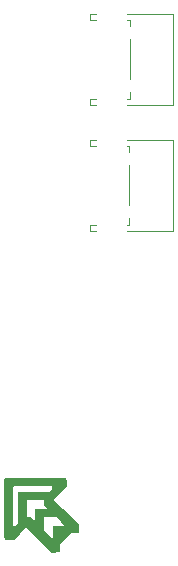
<source format=gbo>
%TF.GenerationSoftware,KiCad,Pcbnew,(6.0.8)*%
%TF.CreationDate,2022-10-27T15:28:19-06:00*%
%TF.ProjectId,plate,706c6174-652e-46b6-9963-61645f706362,rev?*%
%TF.SameCoordinates,Original*%
%TF.FileFunction,Legend,Bot*%
%TF.FilePolarity,Positive*%
%FSLAX46Y46*%
G04 Gerber Fmt 4.6, Leading zero omitted, Abs format (unit mm)*
G04 Created by KiCad (PCBNEW (6.0.8)) date 2022-10-27 15:28:19*
%MOMM*%
%LPD*%
G01*
G04 APERTURE LIST*
%ADD10C,0.120000*%
%ADD11C,0.300000*%
%ADD12R,1.700000X1.700000*%
%ADD13O,1.700000X1.700000*%
%ADD14C,2.100000*%
%ADD15C,1.750000*%
G04 APERTURE END LIST*
%TO.C,G\u002A\u002A\u002A*%
G36*
X210940275Y-132408141D02*
G01*
X210939224Y-132501977D01*
X210936373Y-132756575D01*
X210932469Y-133105009D01*
X210583728Y-133108850D01*
X210234986Y-133112692D01*
X209297744Y-134049350D01*
X209297744Y-134392120D01*
X209297587Y-134453725D01*
X209296734Y-134545072D01*
X209295240Y-134623988D01*
X209293219Y-134686317D01*
X209290787Y-134727899D01*
X209288056Y-134744578D01*
X209280784Y-134746312D01*
X209248066Y-134748871D01*
X209193042Y-134751059D01*
X209119870Y-134752764D01*
X209032710Y-134753871D01*
X208935719Y-134754266D01*
X208593069Y-134754266D01*
X207524956Y-133686226D01*
X206456844Y-132618187D01*
X205919330Y-133155849D01*
X205381815Y-133693510D01*
X205083305Y-133693510D01*
X205047885Y-133693497D01*
X204954877Y-133693164D01*
X204884902Y-133692072D01*
X204833398Y-133689810D01*
X204795800Y-133685964D01*
X204767544Y-133680124D01*
X204744066Y-133671879D01*
X204720801Y-133660816D01*
X204671358Y-133627649D01*
X204626904Y-133569998D01*
X204624833Y-133565931D01*
X204621215Y-133558093D01*
X204617925Y-133548855D01*
X204614948Y-133536900D01*
X204612267Y-133520911D01*
X204609867Y-133499571D01*
X204607733Y-133471562D01*
X204605849Y-133435567D01*
X204604200Y-133390270D01*
X204602769Y-133334352D01*
X204601542Y-133266496D01*
X204600502Y-133185386D01*
X204599635Y-133089704D01*
X204598924Y-132978132D01*
X204598354Y-132849354D01*
X204597909Y-132702052D01*
X204597575Y-132534909D01*
X204597514Y-132487446D01*
X205315903Y-132487446D01*
X205556680Y-132487446D01*
X205676162Y-132367341D01*
X205795643Y-132247236D01*
X205796974Y-131775433D01*
X206522343Y-131775433D01*
X206877930Y-131775433D01*
X207056144Y-131953218D01*
X207234357Y-132131003D01*
X207234357Y-131789963D01*
X207975432Y-131789963D01*
X207977668Y-132331239D01*
X207979903Y-132872515D01*
X208333674Y-133220924D01*
X208687446Y-133569333D01*
X208687446Y-132501977D01*
X209755244Y-132501977D01*
X209399460Y-132145970D01*
X209043675Y-131789963D01*
X207975432Y-131789963D01*
X207234357Y-131789963D01*
X207234357Y-131607383D01*
X207234363Y-131583175D01*
X207234724Y-131438853D01*
X207235689Y-131321316D01*
X207237321Y-131228591D01*
X207239684Y-131158703D01*
X207242842Y-131109679D01*
X207246857Y-131079544D01*
X207251794Y-131066325D01*
X207252782Y-131065519D01*
X207268425Y-131060725D01*
X207301282Y-131056843D01*
X207353325Y-131053810D01*
X207426530Y-131051561D01*
X207522870Y-131050034D01*
X207644320Y-131049164D01*
X207792852Y-131048888D01*
X208316472Y-131048888D01*
X208138687Y-130870675D01*
X207960902Y-130692461D01*
X207960902Y-130336874D01*
X206522343Y-130336874D01*
X206522343Y-131775433D01*
X205796974Y-131775433D01*
X205799353Y-130932416D01*
X205803064Y-129617595D01*
X207117885Y-129613884D01*
X208432705Y-129610174D01*
X208552810Y-129490693D01*
X208672915Y-129371211D01*
X208672915Y-129130434D01*
X207068314Y-129134255D01*
X207044493Y-129134312D01*
X206796798Y-129134910D01*
X206576379Y-129135479D01*
X206381600Y-129136052D01*
X206210824Y-129136663D01*
X206062414Y-129137346D01*
X205934733Y-129138134D01*
X205826143Y-129139061D01*
X205735010Y-129140160D01*
X205659694Y-129141466D01*
X205598560Y-129143011D01*
X205549970Y-129144829D01*
X205512288Y-129146955D01*
X205483877Y-129149420D01*
X205463099Y-129152261D01*
X205448318Y-129155508D01*
X205437898Y-129159198D01*
X205430200Y-129163362D01*
X205423588Y-129168035D01*
X205388115Y-129199324D01*
X205353504Y-129238119D01*
X205353059Y-129238716D01*
X205348434Y-129245358D01*
X205344314Y-129253235D01*
X205340666Y-129263983D01*
X205337456Y-129279239D01*
X205334651Y-129300640D01*
X205332218Y-129329824D01*
X205330121Y-129368425D01*
X205328329Y-129418083D01*
X205326807Y-129480433D01*
X205325522Y-129557113D01*
X205324439Y-129649760D01*
X205323526Y-129760009D01*
X205322749Y-129889499D01*
X205322074Y-130039866D01*
X205321468Y-130212748D01*
X205320897Y-130409780D01*
X205320326Y-130632600D01*
X205319724Y-130882845D01*
X205315903Y-132487446D01*
X204597514Y-132487446D01*
X204597334Y-132346607D01*
X204597172Y-132135830D01*
X204597073Y-131901261D01*
X204597022Y-131641581D01*
X204597003Y-131355474D01*
X204597000Y-131041622D01*
X204597000Y-130889509D01*
X204597010Y-130588946D01*
X204597044Y-130315510D01*
X204597118Y-130067888D01*
X204597247Y-129844766D01*
X204597446Y-129644831D01*
X204597732Y-129466770D01*
X204598119Y-129309270D01*
X204598623Y-129171017D01*
X204599259Y-129050698D01*
X204600043Y-128947000D01*
X204600990Y-128858609D01*
X204602115Y-128784213D01*
X204603435Y-128722498D01*
X204604963Y-128672151D01*
X204606716Y-128631859D01*
X204608710Y-128600308D01*
X204610959Y-128576185D01*
X204613479Y-128558176D01*
X204616285Y-128544970D01*
X204619393Y-128535251D01*
X204622818Y-128527708D01*
X204626576Y-128521027D01*
X204629036Y-128517010D01*
X204664335Y-128474720D01*
X204706496Y-128441107D01*
X204709634Y-128439286D01*
X204716560Y-128435687D01*
X204724969Y-128432414D01*
X204736175Y-128429451D01*
X204751491Y-128426782D01*
X204772230Y-128424392D01*
X204799706Y-128422266D01*
X204835231Y-128420389D01*
X204880119Y-128418743D01*
X204935684Y-128417316D01*
X205003238Y-128416090D01*
X205084095Y-128415051D01*
X205179567Y-128414184D01*
X205290969Y-128413472D01*
X205419614Y-128412900D01*
X205566814Y-128412453D01*
X205733884Y-128412116D01*
X205922135Y-128411873D01*
X206132883Y-128411709D01*
X206367439Y-128411608D01*
X206627116Y-128411555D01*
X206913230Y-128411534D01*
X207227091Y-128411531D01*
X207398160Y-128411531D01*
X207697037Y-128411541D01*
X207968873Y-128411576D01*
X208214985Y-128411650D01*
X208436690Y-128411781D01*
X208635305Y-128411983D01*
X208812148Y-128412271D01*
X208968536Y-128412663D01*
X209105786Y-128413172D01*
X209225216Y-128413816D01*
X209328142Y-128414608D01*
X209415881Y-128415566D01*
X209489752Y-128416704D01*
X209551072Y-128418037D01*
X209601156Y-128419583D01*
X209641324Y-128421356D01*
X209672892Y-128423371D01*
X209697177Y-128425645D01*
X209715497Y-128428193D01*
X209729168Y-128431030D01*
X209739509Y-128434172D01*
X209747836Y-128437635D01*
X209755467Y-128441435D01*
X209801396Y-128473770D01*
X209846285Y-128535332D01*
X209850161Y-128543041D01*
X209860277Y-128565877D01*
X209867707Y-128590390D01*
X209872863Y-128621142D01*
X209876156Y-128662699D01*
X209877999Y-128719624D01*
X209878803Y-128796481D01*
X209878979Y-128897836D01*
X209878979Y-129196346D01*
X209341318Y-129733861D01*
X208803656Y-130271375D01*
X209581116Y-131048888D01*
X209871966Y-131339758D01*
X210940275Y-132408141D01*
G37*
D10*
%TO.C,REF\u002A\u002A*%
X215217500Y-90189000D02*
X215217500Y-89649000D01*
X215217500Y-96329000D02*
X214987500Y-96329000D01*
X212387500Y-96329000D02*
X211877500Y-96329000D01*
X215217500Y-89649000D02*
X214987500Y-89649000D01*
X211877500Y-89649000D02*
X211877500Y-89129000D01*
X215217500Y-94689000D02*
X215217500Y-91289000D01*
X215217500Y-96329000D02*
X215217500Y-95789000D01*
X212387500Y-89649000D02*
X211877500Y-89649000D01*
X211877500Y-96849000D02*
X211877500Y-96329000D01*
X218887500Y-89129000D02*
X214987500Y-89129000D01*
X218887500Y-96849000D02*
X214987500Y-96849000D01*
X212387500Y-96849000D02*
X211877500Y-96849000D01*
X218887500Y-96849000D02*
X218887500Y-89129000D01*
X212387500Y-89129000D02*
X211877500Y-89129000D01*
X215184000Y-105368000D02*
X215184000Y-101968000D01*
X218854000Y-107528000D02*
X218854000Y-99808000D01*
X212354000Y-107528000D02*
X211844000Y-107528000D01*
X215184000Y-107008000D02*
X215184000Y-106468000D01*
X215184000Y-107008000D02*
X214954000Y-107008000D01*
X212354000Y-99808000D02*
X211844000Y-99808000D01*
X212354000Y-107008000D02*
X211844000Y-107008000D01*
X212354000Y-100328000D02*
X211844000Y-100328000D01*
X211844000Y-107528000D02*
X211844000Y-107008000D01*
X218854000Y-107528000D02*
X214954000Y-107528000D01*
X218854000Y-99808000D02*
X214954000Y-99808000D01*
X215184000Y-100868000D02*
X215184000Y-100328000D01*
X211844000Y-100328000D02*
X211844000Y-99808000D01*
X215184000Y-100328000D02*
X214954000Y-100328000D01*
%TD*%
%LPC*%
D11*
X202901857Y-130535071D02*
X202901857Y-129035071D01*
X202330428Y-129035071D01*
X202187571Y-129106500D01*
X202116142Y-129177928D01*
X202044714Y-129320785D01*
X202044714Y-129535071D01*
X202116142Y-129677928D01*
X202187571Y-129749357D01*
X202330428Y-129820785D01*
X202901857Y-129820785D01*
X201401857Y-130535071D02*
X201401857Y-129535071D01*
X201401857Y-129035071D02*
X201473285Y-129106500D01*
X201401857Y-129177928D01*
X201330428Y-129106500D01*
X201401857Y-129035071D01*
X201401857Y-129177928D01*
X200044714Y-130463642D02*
X200187571Y-130535071D01*
X200473285Y-130535071D01*
X200616142Y-130463642D01*
X200687571Y-130392214D01*
X200759000Y-130249357D01*
X200759000Y-129820785D01*
X200687571Y-129677928D01*
X200616142Y-129606500D01*
X200473285Y-129535071D01*
X200187571Y-129535071D01*
X200044714Y-129606500D01*
X199187571Y-130535071D02*
X199330428Y-130463642D01*
X199401857Y-130392214D01*
X199473285Y-130249357D01*
X199473285Y-129820785D01*
X199401857Y-129677928D01*
X199330428Y-129606500D01*
X199187571Y-129535071D01*
X198973285Y-129535071D01*
X198830428Y-129606500D01*
X198759000Y-129677928D01*
X198687571Y-129820785D01*
X198687571Y-130249357D01*
X198759000Y-130392214D01*
X198830428Y-130463642D01*
X198973285Y-130535071D01*
X199187571Y-130535071D01*
X197544714Y-129749357D02*
X198044714Y-129749357D01*
X198044714Y-130535071D02*
X198044714Y-129035071D01*
X197330428Y-129035071D01*
X196901857Y-129035071D02*
X195901857Y-130535071D01*
X195901857Y-129035071D02*
X196901857Y-130535071D01*
X194187571Y-130535071D02*
X194187571Y-129035071D01*
X193616142Y-129035071D01*
X193473285Y-129106500D01*
X193401857Y-129177928D01*
X193330428Y-129320785D01*
X193330428Y-129535071D01*
X193401857Y-129677928D01*
X193473285Y-129749357D01*
X193616142Y-129820785D01*
X194187571Y-129820785D01*
X192473285Y-130535071D02*
X192616142Y-130463642D01*
X192687571Y-130320785D01*
X192687571Y-129035071D01*
X191259000Y-130535071D02*
X191259000Y-129749357D01*
X191330428Y-129606500D01*
X191473285Y-129535071D01*
X191759000Y-129535071D01*
X191901857Y-129606500D01*
X191259000Y-130463642D02*
X191401857Y-130535071D01*
X191759000Y-130535071D01*
X191901857Y-130463642D01*
X191973285Y-130320785D01*
X191973285Y-130177928D01*
X191901857Y-130035071D01*
X191759000Y-129963642D01*
X191401857Y-129963642D01*
X191259000Y-129892214D01*
X190759000Y-129535071D02*
X190187571Y-129535071D01*
X190544714Y-129035071D02*
X190544714Y-130320785D01*
X190473285Y-130463642D01*
X190330428Y-130535071D01*
X190187571Y-130535071D01*
X189116142Y-130463642D02*
X189259000Y-130535071D01*
X189544714Y-130535071D01*
X189687571Y-130463642D01*
X189759000Y-130320785D01*
X189759000Y-129749357D01*
X189687571Y-129606500D01*
X189544714Y-129535071D01*
X189259000Y-129535071D01*
X189116142Y-129606500D01*
X189044714Y-129749357D01*
X189044714Y-129892214D01*
X189759000Y-130035071D01*
X186401857Y-130535071D02*
X186901857Y-129820785D01*
X187259000Y-130535071D02*
X187259000Y-129035071D01*
X186687571Y-129035071D01*
X186544714Y-129106500D01*
X186473285Y-129177928D01*
X186401857Y-129320785D01*
X186401857Y-129535071D01*
X186473285Y-129677928D01*
X186544714Y-129749357D01*
X186687571Y-129820785D01*
X187259000Y-129820785D01*
X185187571Y-130463642D02*
X185330428Y-130535071D01*
X185616142Y-130535071D01*
X185759000Y-130463642D01*
X185830428Y-130320785D01*
X185830428Y-129749357D01*
X185759000Y-129606500D01*
X185616142Y-129535071D01*
X185330428Y-129535071D01*
X185187571Y-129606500D01*
X185116142Y-129749357D01*
X185116142Y-129892214D01*
X185830428Y-130035071D01*
X184616142Y-129535071D02*
X184259000Y-130535071D01*
X183901857Y-129535071D01*
X183330428Y-130392214D02*
X183259000Y-130463642D01*
X183330428Y-130535071D01*
X183401857Y-130463642D01*
X183330428Y-130392214D01*
X183330428Y-130535071D01*
X180687571Y-130535071D02*
X181544714Y-130535071D01*
X181116142Y-130535071D02*
X181116142Y-129035071D01*
X181259000Y-129249357D01*
X181401857Y-129392214D01*
X181544714Y-129463642D01*
X202901857Y-132950071D02*
X202901857Y-131450071D01*
X202259000Y-132950071D02*
X202259000Y-132164357D01*
X202330428Y-132021500D01*
X202473285Y-131950071D01*
X202687571Y-131950071D01*
X202830428Y-132021500D01*
X202901857Y-132092928D01*
X201759000Y-131950071D02*
X201187571Y-131950071D01*
X201544714Y-131450071D02*
X201544714Y-132735785D01*
X201473285Y-132878642D01*
X201330428Y-132950071D01*
X201187571Y-132950071D01*
X200901857Y-131950071D02*
X200330428Y-131950071D01*
X200687571Y-131450071D02*
X200687571Y-132735785D01*
X200616142Y-132878642D01*
X200473285Y-132950071D01*
X200330428Y-132950071D01*
X199830428Y-131950071D02*
X199830428Y-133450071D01*
X199830428Y-132021500D02*
X199687571Y-131950071D01*
X199401857Y-131950071D01*
X199259000Y-132021500D01*
X199187571Y-132092928D01*
X199116142Y-132235785D01*
X199116142Y-132664357D01*
X199187571Y-132807214D01*
X199259000Y-132878642D01*
X199401857Y-132950071D01*
X199687571Y-132950071D01*
X199830428Y-132878642D01*
X198544714Y-132878642D02*
X198401857Y-132950071D01*
X198116142Y-132950071D01*
X197973285Y-132878642D01*
X197901857Y-132735785D01*
X197901857Y-132664357D01*
X197973285Y-132521500D01*
X198116142Y-132450071D01*
X198330428Y-132450071D01*
X198473285Y-132378642D01*
X198544714Y-132235785D01*
X198544714Y-132164357D01*
X198473285Y-132021500D01*
X198330428Y-131950071D01*
X198116142Y-131950071D01*
X197973285Y-132021500D01*
X197259000Y-132807214D02*
X197187571Y-132878642D01*
X197259000Y-132950071D01*
X197330428Y-132878642D01*
X197259000Y-132807214D01*
X197259000Y-132950071D01*
X197259000Y-132021500D02*
X197187571Y-132092928D01*
X197259000Y-132164357D01*
X197330428Y-132092928D01*
X197259000Y-132021500D01*
X197259000Y-132164357D01*
X195473285Y-131378642D02*
X196759000Y-133307214D01*
X193901857Y-131378642D02*
X195187571Y-133307214D01*
X192759000Y-131950071D02*
X192759000Y-133164357D01*
X192830428Y-133307214D01*
X192901857Y-133378642D01*
X193044714Y-133450071D01*
X193259000Y-133450071D01*
X193401857Y-133378642D01*
X192759000Y-132878642D02*
X192901857Y-132950071D01*
X193187571Y-132950071D01*
X193330428Y-132878642D01*
X193401857Y-132807214D01*
X193473285Y-132664357D01*
X193473285Y-132235785D01*
X193401857Y-132092928D01*
X193330428Y-132021500D01*
X193187571Y-131950071D01*
X192901857Y-131950071D01*
X192759000Y-132021500D01*
X192044714Y-132950071D02*
X192044714Y-131950071D01*
X192044714Y-131450071D02*
X192116142Y-131521500D01*
X192044714Y-131592928D01*
X191973285Y-131521500D01*
X192044714Y-131450071D01*
X192044714Y-131592928D01*
X191544714Y-131950071D02*
X190973285Y-131950071D01*
X191330428Y-131450071D02*
X191330428Y-132735785D01*
X191259000Y-132878642D01*
X191116142Y-132950071D01*
X190973285Y-132950071D01*
X190473285Y-132950071D02*
X190473285Y-131450071D01*
X189830428Y-132950071D02*
X189830428Y-132164357D01*
X189901857Y-132021500D01*
X190044714Y-131950071D01*
X190259000Y-131950071D01*
X190401857Y-132021500D01*
X190473285Y-132092928D01*
X188473285Y-131950071D02*
X188473285Y-132950071D01*
X189116142Y-131950071D02*
X189116142Y-132735785D01*
X189044714Y-132878642D01*
X188901857Y-132950071D01*
X188687571Y-132950071D01*
X188544714Y-132878642D01*
X188473285Y-132807214D01*
X187759000Y-132950071D02*
X187759000Y-131450071D01*
X187759000Y-132021500D02*
X187616142Y-131950071D01*
X187330428Y-131950071D01*
X187187571Y-132021500D01*
X187116142Y-132092928D01*
X187044714Y-132235785D01*
X187044714Y-132664357D01*
X187116142Y-132807214D01*
X187187571Y-132878642D01*
X187330428Y-132950071D01*
X187616142Y-132950071D01*
X187759000Y-132878642D01*
X186401857Y-132807214D02*
X186330428Y-132878642D01*
X186401857Y-132950071D01*
X186473285Y-132878642D01*
X186401857Y-132807214D01*
X186401857Y-132950071D01*
X185044714Y-132878642D02*
X185187571Y-132950071D01*
X185473285Y-132950071D01*
X185616142Y-132878642D01*
X185687571Y-132807214D01*
X185759000Y-132664357D01*
X185759000Y-132235785D01*
X185687571Y-132092928D01*
X185616142Y-132021500D01*
X185473285Y-131950071D01*
X185187571Y-131950071D01*
X185044714Y-132021500D01*
X184187571Y-132950071D02*
X184330428Y-132878642D01*
X184401857Y-132807214D01*
X184473285Y-132664357D01*
X184473285Y-132235785D01*
X184401857Y-132092928D01*
X184330428Y-132021500D01*
X184187571Y-131950071D01*
X183973285Y-131950071D01*
X183830428Y-132021500D01*
X183759000Y-132092928D01*
X183687571Y-132235785D01*
X183687571Y-132664357D01*
X183759000Y-132807214D01*
X183830428Y-132878642D01*
X183973285Y-132950071D01*
X184187571Y-132950071D01*
X183044714Y-132950071D02*
X183044714Y-131950071D01*
X183044714Y-132092928D02*
X182973285Y-132021500D01*
X182830428Y-131950071D01*
X182616142Y-131950071D01*
X182473285Y-132021500D01*
X182401857Y-132164357D01*
X182401857Y-132950071D01*
X182401857Y-132164357D02*
X182330428Y-132021500D01*
X182187571Y-131950071D01*
X181973285Y-131950071D01*
X181830428Y-132021500D01*
X181759000Y-132164357D01*
X181759000Y-132950071D01*
X179973285Y-131378642D02*
X181259000Y-133307214D01*
X178830428Y-132950071D02*
X178830428Y-131450071D01*
X178830428Y-132878642D02*
X178973285Y-132950071D01*
X179259000Y-132950071D01*
X179401857Y-132878642D01*
X179473285Y-132807214D01*
X179544714Y-132664357D01*
X179544714Y-132235785D01*
X179473285Y-132092928D01*
X179401857Y-132021500D01*
X179259000Y-131950071D01*
X178973285Y-131950071D01*
X178830428Y-132021500D01*
X178116142Y-131950071D02*
X178116142Y-133235785D01*
X178187571Y-133378642D01*
X178330428Y-133450071D01*
X178401857Y-133450071D01*
X178116142Y-131450071D02*
X178187571Y-131521500D01*
X178116142Y-131592928D01*
X178044714Y-131521500D01*
X178116142Y-131450071D01*
X178116142Y-131592928D01*
X176687571Y-131450071D02*
X177401857Y-131450071D01*
X177473285Y-132164357D01*
X177401857Y-132092928D01*
X177259000Y-132021500D01*
X176901857Y-132021500D01*
X176759000Y-132092928D01*
X176687571Y-132164357D01*
X176616142Y-132307214D01*
X176616142Y-132664357D01*
X176687571Y-132807214D01*
X176759000Y-132878642D01*
X176901857Y-132950071D01*
X177259000Y-132950071D01*
X177401857Y-132878642D01*
X177473285Y-132807214D01*
X175687571Y-131450071D02*
X175544714Y-131450071D01*
X175401857Y-131521500D01*
X175330428Y-131592928D01*
X175259000Y-131735785D01*
X175187571Y-132021500D01*
X175187571Y-132378642D01*
X175259000Y-132664357D01*
X175330428Y-132807214D01*
X175401857Y-132878642D01*
X175544714Y-132950071D01*
X175687571Y-132950071D01*
X175830428Y-132878642D01*
X175901857Y-132807214D01*
X175973285Y-132664357D01*
X176044714Y-132378642D01*
X176044714Y-132021500D01*
X175973285Y-131735785D01*
X175901857Y-131592928D01*
X175830428Y-131521500D01*
X175687571Y-131450071D01*
X173830428Y-131450071D02*
X174544714Y-131450071D01*
X174616142Y-132164357D01*
X174544714Y-132092928D01*
X174401857Y-132021500D01*
X174044714Y-132021500D01*
X173901857Y-132092928D01*
X173830428Y-132164357D01*
X173759000Y-132307214D01*
X173759000Y-132664357D01*
X173830428Y-132807214D01*
X173901857Y-132878642D01*
X174044714Y-132950071D01*
X174401857Y-132950071D01*
X174544714Y-132878642D01*
X174616142Y-132807214D01*
X172044714Y-131378642D02*
X173330428Y-133307214D01*
X171544714Y-132950071D02*
X171544714Y-131450071D01*
X170973285Y-131450071D01*
X170830428Y-131521500D01*
X170759000Y-131592928D01*
X170687571Y-131735785D01*
X170687571Y-131950071D01*
X170759000Y-132092928D01*
X170830428Y-132164357D01*
X170973285Y-132235785D01*
X171544714Y-132235785D01*
X170044714Y-132950071D02*
X170044714Y-131950071D01*
X170044714Y-131450071D02*
X170116142Y-131521500D01*
X170044714Y-131592928D01*
X169973285Y-131521500D01*
X170044714Y-131450071D01*
X170044714Y-131592928D01*
X168687571Y-132878642D02*
X168830428Y-132950071D01*
X169116142Y-132950071D01*
X169259000Y-132878642D01*
X169330428Y-132807214D01*
X169401857Y-132664357D01*
X169401857Y-132235785D01*
X169330428Y-132092928D01*
X169259000Y-132021500D01*
X169116142Y-131950071D01*
X168830428Y-131950071D01*
X168687571Y-132021500D01*
X167830428Y-132950071D02*
X167973285Y-132878642D01*
X168044714Y-132807214D01*
X168116142Y-132664357D01*
X168116142Y-132235785D01*
X168044714Y-132092928D01*
X167973285Y-132021500D01*
X167830428Y-131950071D01*
X167616142Y-131950071D01*
X167473285Y-132021500D01*
X167401857Y-132092928D01*
X167330428Y-132235785D01*
X167330428Y-132664357D01*
X167401857Y-132807214D01*
X167473285Y-132878642D01*
X167616142Y-132950071D01*
X167830428Y-132950071D01*
X166187571Y-132164357D02*
X166687571Y-132164357D01*
X166687571Y-132950071D02*
X166687571Y-131450071D01*
X165973285Y-131450071D01*
X165544714Y-131450071D02*
X164544714Y-132950071D01*
X164544714Y-131450071D02*
X165544714Y-132950071D01*
D12*
%TO.C,REF\u002A\u002A*%
X178650000Y-124610000D03*
D13*
X181190000Y-124610000D03*
X183730000Y-124610000D03*
%TD*%
D14*
%TO.C,REF\u002A\u002A*%
X213697500Y-89479000D03*
X213697500Y-96489000D03*
D15*
X216187500Y-95239000D03*
X216187500Y-90739000D03*
%TD*%
D14*
%TO.C,REF\u002A\u002A*%
X213664000Y-100158000D03*
X213664000Y-107168000D03*
D15*
X216154000Y-105918000D03*
X216154000Y-101418000D03*
%TD*%
M02*

</source>
